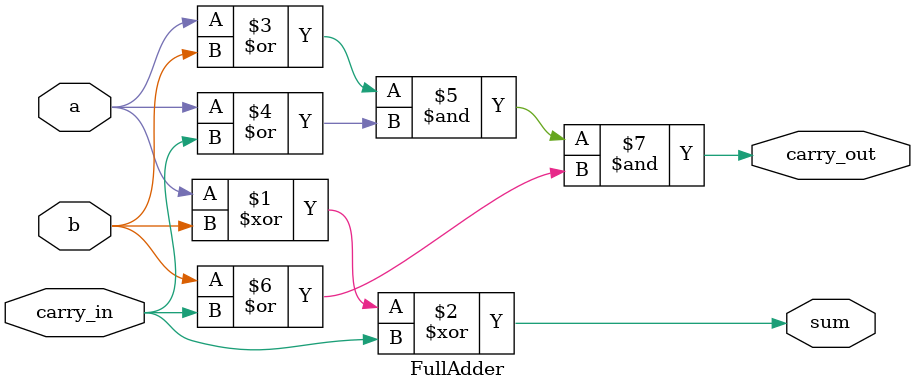
<source format=v>
`timescale 1ns / 1ps


module FullAdder(
    input a,
    input b,
    input carry_in,
    output wire sum,
    output wire carry_out
    );
    
    // Make a truth table for a full-adder
    // Notice that Carry_out = (A or B) and (A or C_in) and (B or C_in)
    // Sum = A xor B xor C
    
    // You can also make a full adder out of half adders too which is pretty cool honestly
    
    assign sum = a ^ b ^ carry_in;
    
    assign carry_out = (a | b) & (a | carry_in) & (b | carry_in);
    
endmodule

</source>
